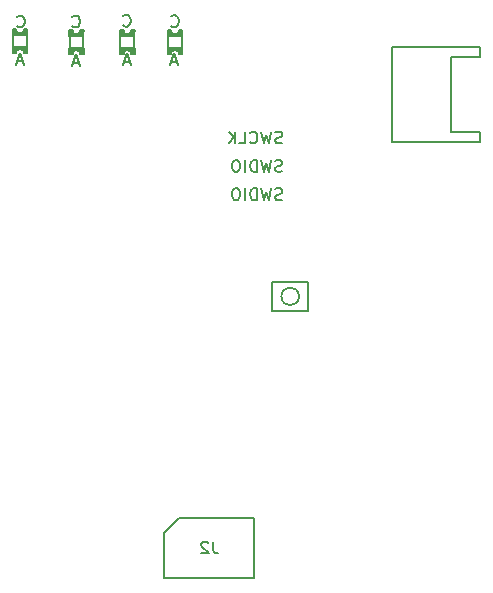
<source format=gbr>
G04 #@! TF.GenerationSoftware,KiCad,Pcbnew,(6.0.0-rc1-dev-1469-g932b9a334)*
G04 #@! TF.CreationDate,2019-08-07T07:36:26-07:00
G04 #@! TF.ProjectId,Laptreus-v2,4c617074-7265-4757-932d-76322e6b6963,rev?*
G04 #@! TF.SameCoordinates,Original*
G04 #@! TF.FileFunction,Other,Fab,Bot*
%FSLAX46Y46*%
G04 Gerber Fmt 4.6, Leading zero omitted, Abs format (unit mm)*
G04 Created by KiCad (PCBNEW (6.0.0-rc1-dev-1469-g932b9a334)) date Wednesday, August 07, 2019 at 07:36:26 AM*
%MOMM*%
%LPD*%
G04 APERTURE LIST*
%ADD10C,0.150000*%
G04 APERTURE END LIST*
D10*
G04 #@! TO.C,X1*
X256311772Y-74594689D02*
X256311772Y-82594689D01*
X256311772Y-82594689D02*
X263811772Y-82594689D01*
X263811772Y-74594689D02*
X256311772Y-74594689D01*
X261311772Y-81794689D02*
X261311772Y-75394689D01*
X261311772Y-75394689D02*
X263811772Y-75394689D01*
X263811772Y-75394689D02*
X263811772Y-74594689D01*
X263811772Y-82594689D02*
X263811772Y-81794689D01*
X263811772Y-81794689D02*
X261311772Y-81794689D01*
G04 #@! TO.C,SW_RESET1*
X248461773Y-95694689D02*
G75*
G03X248461773Y-95694689I-750000J0D01*
G01*
X246211773Y-94444689D02*
X246211773Y-96944689D01*
X249211773Y-94444689D02*
X246211773Y-94444689D01*
X249211773Y-96944689D02*
X249211773Y-94444689D01*
X246211773Y-96944689D02*
X249211773Y-96944689D01*
G04 #@! TO.C,J2*
X238318293Y-114457333D02*
X237048293Y-115727333D01*
X244668293Y-114457333D02*
X238318293Y-114457333D01*
X244668293Y-119537333D02*
X244668293Y-114457333D01*
X237048293Y-119537333D02*
X244668293Y-119537333D01*
X237048293Y-115727333D02*
X237048293Y-119537333D01*
G04 #@! TO.C,L1*
G36*
X230233293Y-73222333D02*
G01*
X229908293Y-73222333D01*
X229908293Y-73147333D01*
X230233293Y-73147333D01*
X230233293Y-73222333D01*
G37*
X230233293Y-73222333D02*
X229908293Y-73222333D01*
X229908293Y-73147333D01*
X230233293Y-73147333D01*
X230233293Y-73222333D01*
G36*
X230208293Y-73647333D02*
G01*
X229908293Y-73647333D01*
X229908293Y-73385333D01*
X230208293Y-73385333D01*
X230208293Y-73647333D01*
G37*
X230208293Y-73647333D02*
X229908293Y-73647333D01*
X229908293Y-73385333D01*
X230208293Y-73385333D01*
X230208293Y-73647333D01*
G36*
X229808293Y-74822333D02*
G01*
X229408293Y-74822333D01*
X229408293Y-74647333D01*
X229808293Y-74647333D01*
X229808293Y-74822333D01*
G37*
X229808293Y-74822333D02*
X229408293Y-74822333D01*
X229408293Y-74647333D01*
X229808293Y-74647333D01*
X229808293Y-74822333D01*
G36*
X229933293Y-74897333D02*
G01*
X229783293Y-74897333D01*
X229783293Y-74647333D01*
X229933293Y-74647333D01*
X229933293Y-74897333D01*
G37*
X229933293Y-74897333D02*
X229783293Y-74897333D01*
X229783293Y-74647333D01*
X229933293Y-74647333D01*
X229933293Y-74897333D01*
G36*
X229433293Y-74897333D02*
G01*
X229283293Y-74897333D01*
X229283293Y-74647333D01*
X229433293Y-74647333D01*
X229433293Y-74897333D01*
G37*
X229433293Y-74897333D02*
X229283293Y-74897333D01*
X229283293Y-74647333D01*
X229433293Y-74647333D01*
X229433293Y-74897333D01*
G36*
X230233293Y-75147333D02*
G01*
X229908293Y-75147333D01*
X229908293Y-74647333D01*
X230233293Y-74647333D01*
X230233293Y-75147333D01*
G37*
X230233293Y-75147333D02*
X229908293Y-75147333D01*
X229908293Y-74647333D01*
X230233293Y-74647333D01*
X230233293Y-75147333D01*
G36*
X229308293Y-75147333D02*
G01*
X228983293Y-75147333D01*
X228983293Y-74647333D01*
X229308293Y-74647333D01*
X229308293Y-75147333D01*
G37*
X229308293Y-75147333D02*
X228983293Y-75147333D01*
X228983293Y-74647333D01*
X229308293Y-74647333D01*
X229308293Y-75147333D01*
G36*
X229808293Y-73647333D02*
G01*
X229408293Y-73647333D01*
X229408293Y-73472333D01*
X229808293Y-73472333D01*
X229808293Y-73647333D01*
G37*
X229808293Y-73647333D02*
X229408293Y-73647333D01*
X229408293Y-73472333D01*
X229808293Y-73472333D01*
X229808293Y-73647333D01*
G36*
X229433293Y-73647333D02*
G01*
X229283293Y-73647333D01*
X229283293Y-73397333D01*
X229433293Y-73397333D01*
X229433293Y-73647333D01*
G37*
X229433293Y-73647333D02*
X229283293Y-73647333D01*
X229283293Y-73397333D01*
X229433293Y-73397333D01*
X229433293Y-73647333D01*
G36*
X229933293Y-73647333D02*
G01*
X229783293Y-73647333D01*
X229783293Y-73397333D01*
X229933293Y-73397333D01*
X229933293Y-73647333D01*
G37*
X229933293Y-73647333D02*
X229783293Y-73647333D01*
X229783293Y-73397333D01*
X229933293Y-73397333D01*
X229933293Y-73647333D01*
G36*
X229308293Y-73647333D02*
G01*
X228983293Y-73647333D01*
X228983293Y-73147333D01*
X229308293Y-73147333D01*
X229308293Y-73647333D01*
G37*
X229308293Y-73647333D02*
X228983293Y-73647333D01*
X228983293Y-73147333D01*
X229308293Y-73147333D01*
X229308293Y-73647333D01*
X230161293Y-73297333D02*
G75*
G03X230161293Y-73297333I-103000J0D01*
G01*
X230183293Y-74647333D02*
X230183293Y-73222333D01*
X229033293Y-73622333D02*
X229033293Y-74672333D01*
X229258293Y-75072331D02*
G75*
G02X229958293Y-75072333I350000J-54201D01*
G01*
X229258293Y-73222335D02*
G75*
G03X229958293Y-73222333I350000J54201D01*
G01*
G04 #@! TO.C,L3*
G36*
X238586772Y-73244689D02*
G01*
X238261772Y-73244689D01*
X238261772Y-73169689D01*
X238586772Y-73169689D01*
X238586772Y-73244689D01*
G37*
X238586772Y-73244689D02*
X238261772Y-73244689D01*
X238261772Y-73169689D01*
X238586772Y-73169689D01*
X238586772Y-73244689D01*
G36*
X238561772Y-73669689D02*
G01*
X238261772Y-73669689D01*
X238261772Y-73407689D01*
X238561772Y-73407689D01*
X238561772Y-73669689D01*
G37*
X238561772Y-73669689D02*
X238261772Y-73669689D01*
X238261772Y-73407689D01*
X238561772Y-73407689D01*
X238561772Y-73669689D01*
G36*
X238161772Y-74844689D02*
G01*
X237761772Y-74844689D01*
X237761772Y-74669689D01*
X238161772Y-74669689D01*
X238161772Y-74844689D01*
G37*
X238161772Y-74844689D02*
X237761772Y-74844689D01*
X237761772Y-74669689D01*
X238161772Y-74669689D01*
X238161772Y-74844689D01*
G36*
X238286772Y-74919689D02*
G01*
X238136772Y-74919689D01*
X238136772Y-74669689D01*
X238286772Y-74669689D01*
X238286772Y-74919689D01*
G37*
X238286772Y-74919689D02*
X238136772Y-74919689D01*
X238136772Y-74669689D01*
X238286772Y-74669689D01*
X238286772Y-74919689D01*
G36*
X237786772Y-74919689D02*
G01*
X237636772Y-74919689D01*
X237636772Y-74669689D01*
X237786772Y-74669689D01*
X237786772Y-74919689D01*
G37*
X237786772Y-74919689D02*
X237636772Y-74919689D01*
X237636772Y-74669689D01*
X237786772Y-74669689D01*
X237786772Y-74919689D01*
G36*
X238586772Y-75169689D02*
G01*
X238261772Y-75169689D01*
X238261772Y-74669689D01*
X238586772Y-74669689D01*
X238586772Y-75169689D01*
G37*
X238586772Y-75169689D02*
X238261772Y-75169689D01*
X238261772Y-74669689D01*
X238586772Y-74669689D01*
X238586772Y-75169689D01*
G36*
X237661772Y-75169689D02*
G01*
X237336772Y-75169689D01*
X237336772Y-74669689D01*
X237661772Y-74669689D01*
X237661772Y-75169689D01*
G37*
X237661772Y-75169689D02*
X237336772Y-75169689D01*
X237336772Y-74669689D01*
X237661772Y-74669689D01*
X237661772Y-75169689D01*
G36*
X238161772Y-73669689D02*
G01*
X237761772Y-73669689D01*
X237761772Y-73494689D01*
X238161772Y-73494689D01*
X238161772Y-73669689D01*
G37*
X238161772Y-73669689D02*
X237761772Y-73669689D01*
X237761772Y-73494689D01*
X238161772Y-73494689D01*
X238161772Y-73669689D01*
G36*
X237786772Y-73669689D02*
G01*
X237636772Y-73669689D01*
X237636772Y-73419689D01*
X237786772Y-73419689D01*
X237786772Y-73669689D01*
G37*
X237786772Y-73669689D02*
X237636772Y-73669689D01*
X237636772Y-73419689D01*
X237786772Y-73419689D01*
X237786772Y-73669689D01*
G36*
X238286772Y-73669689D02*
G01*
X238136772Y-73669689D01*
X238136772Y-73419689D01*
X238286772Y-73419689D01*
X238286772Y-73669689D01*
G37*
X238286772Y-73669689D02*
X238136772Y-73669689D01*
X238136772Y-73419689D01*
X238286772Y-73419689D01*
X238286772Y-73669689D01*
G36*
X237661772Y-73669689D02*
G01*
X237336772Y-73669689D01*
X237336772Y-73169689D01*
X237661772Y-73169689D01*
X237661772Y-73669689D01*
G37*
X237661772Y-73669689D02*
X237336772Y-73669689D01*
X237336772Y-73169689D01*
X237661772Y-73169689D01*
X237661772Y-73669689D01*
X238514772Y-73319689D02*
G75*
G03X238514772Y-73319689I-103000J0D01*
G01*
X238536772Y-74669689D02*
X238536772Y-73244689D01*
X237386772Y-73644689D02*
X237386772Y-74694689D01*
X237611772Y-75094687D02*
G75*
G02X238311772Y-75094689I350000J-54201D01*
G01*
X237611772Y-73244691D02*
G75*
G03X238311772Y-73244689I350000J54201D01*
G01*
G04 #@! TO.C,L2*
G36*
X234533293Y-73222334D02*
G01*
X234208293Y-73222334D01*
X234208293Y-73147334D01*
X234533293Y-73147334D01*
X234533293Y-73222334D01*
G37*
X234533293Y-73222334D02*
X234208293Y-73222334D01*
X234208293Y-73147334D01*
X234533293Y-73147334D01*
X234533293Y-73222334D01*
G36*
X234508293Y-73647334D02*
G01*
X234208293Y-73647334D01*
X234208293Y-73385334D01*
X234508293Y-73385334D01*
X234508293Y-73647334D01*
G37*
X234508293Y-73647334D02*
X234208293Y-73647334D01*
X234208293Y-73385334D01*
X234508293Y-73385334D01*
X234508293Y-73647334D01*
G36*
X234108293Y-74822334D02*
G01*
X233708293Y-74822334D01*
X233708293Y-74647334D01*
X234108293Y-74647334D01*
X234108293Y-74822334D01*
G37*
X234108293Y-74822334D02*
X233708293Y-74822334D01*
X233708293Y-74647334D01*
X234108293Y-74647334D01*
X234108293Y-74822334D01*
G36*
X234233293Y-74897334D02*
G01*
X234083293Y-74897334D01*
X234083293Y-74647334D01*
X234233293Y-74647334D01*
X234233293Y-74897334D01*
G37*
X234233293Y-74897334D02*
X234083293Y-74897334D01*
X234083293Y-74647334D01*
X234233293Y-74647334D01*
X234233293Y-74897334D01*
G36*
X233733293Y-74897334D02*
G01*
X233583293Y-74897334D01*
X233583293Y-74647334D01*
X233733293Y-74647334D01*
X233733293Y-74897334D01*
G37*
X233733293Y-74897334D02*
X233583293Y-74897334D01*
X233583293Y-74647334D01*
X233733293Y-74647334D01*
X233733293Y-74897334D01*
G36*
X234533293Y-75147334D02*
G01*
X234208293Y-75147334D01*
X234208293Y-74647334D01*
X234533293Y-74647334D01*
X234533293Y-75147334D01*
G37*
X234533293Y-75147334D02*
X234208293Y-75147334D01*
X234208293Y-74647334D01*
X234533293Y-74647334D01*
X234533293Y-75147334D01*
G36*
X233608293Y-75147334D02*
G01*
X233283293Y-75147334D01*
X233283293Y-74647334D01*
X233608293Y-74647334D01*
X233608293Y-75147334D01*
G37*
X233608293Y-75147334D02*
X233283293Y-75147334D01*
X233283293Y-74647334D01*
X233608293Y-74647334D01*
X233608293Y-75147334D01*
G36*
X234108293Y-73647334D02*
G01*
X233708293Y-73647334D01*
X233708293Y-73472334D01*
X234108293Y-73472334D01*
X234108293Y-73647334D01*
G37*
X234108293Y-73647334D02*
X233708293Y-73647334D01*
X233708293Y-73472334D01*
X234108293Y-73472334D01*
X234108293Y-73647334D01*
G36*
X233733293Y-73647334D02*
G01*
X233583293Y-73647334D01*
X233583293Y-73397334D01*
X233733293Y-73397334D01*
X233733293Y-73647334D01*
G37*
X233733293Y-73647334D02*
X233583293Y-73647334D01*
X233583293Y-73397334D01*
X233733293Y-73397334D01*
X233733293Y-73647334D01*
G36*
X234233293Y-73647334D02*
G01*
X234083293Y-73647334D01*
X234083293Y-73397334D01*
X234233293Y-73397334D01*
X234233293Y-73647334D01*
G37*
X234233293Y-73647334D02*
X234083293Y-73647334D01*
X234083293Y-73397334D01*
X234233293Y-73397334D01*
X234233293Y-73647334D01*
G36*
X233608293Y-73647334D02*
G01*
X233283293Y-73647334D01*
X233283293Y-73147334D01*
X233608293Y-73147334D01*
X233608293Y-73647334D01*
G37*
X233608293Y-73647334D02*
X233283293Y-73647334D01*
X233283293Y-73147334D01*
X233608293Y-73147334D01*
X233608293Y-73647334D01*
X234461293Y-73297334D02*
G75*
G03X234461293Y-73297334I-103000J0D01*
G01*
X234483293Y-74647334D02*
X234483293Y-73222334D01*
X233333293Y-73622334D02*
X233333293Y-74672334D01*
X233558293Y-75072332D02*
G75*
G02X234258293Y-75072334I350000J-54201D01*
G01*
X233558293Y-73222336D02*
G75*
G03X234258293Y-73222334I350000J54201D01*
G01*
G04 #@! TO.C,L4*
G36*
X225461772Y-73169689D02*
G01*
X225136772Y-73169689D01*
X225136772Y-73094689D01*
X225461772Y-73094689D01*
X225461772Y-73169689D01*
G37*
X225461772Y-73169689D02*
X225136772Y-73169689D01*
X225136772Y-73094689D01*
X225461772Y-73094689D01*
X225461772Y-73169689D01*
G36*
X225436772Y-73594689D02*
G01*
X225136772Y-73594689D01*
X225136772Y-73332689D01*
X225436772Y-73332689D01*
X225436772Y-73594689D01*
G37*
X225436772Y-73594689D02*
X225136772Y-73594689D01*
X225136772Y-73332689D01*
X225436772Y-73332689D01*
X225436772Y-73594689D01*
G36*
X225036772Y-74769689D02*
G01*
X224636772Y-74769689D01*
X224636772Y-74594689D01*
X225036772Y-74594689D01*
X225036772Y-74769689D01*
G37*
X225036772Y-74769689D02*
X224636772Y-74769689D01*
X224636772Y-74594689D01*
X225036772Y-74594689D01*
X225036772Y-74769689D01*
G36*
X225161772Y-74844689D02*
G01*
X225011772Y-74844689D01*
X225011772Y-74594689D01*
X225161772Y-74594689D01*
X225161772Y-74844689D01*
G37*
X225161772Y-74844689D02*
X225011772Y-74844689D01*
X225011772Y-74594689D01*
X225161772Y-74594689D01*
X225161772Y-74844689D01*
G36*
X224661772Y-74844689D02*
G01*
X224511772Y-74844689D01*
X224511772Y-74594689D01*
X224661772Y-74594689D01*
X224661772Y-74844689D01*
G37*
X224661772Y-74844689D02*
X224511772Y-74844689D01*
X224511772Y-74594689D01*
X224661772Y-74594689D01*
X224661772Y-74844689D01*
G36*
X225461772Y-75094689D02*
G01*
X225136772Y-75094689D01*
X225136772Y-74594689D01*
X225461772Y-74594689D01*
X225461772Y-75094689D01*
G37*
X225461772Y-75094689D02*
X225136772Y-75094689D01*
X225136772Y-74594689D01*
X225461772Y-74594689D01*
X225461772Y-75094689D01*
G36*
X224536772Y-75094689D02*
G01*
X224211772Y-75094689D01*
X224211772Y-74594689D01*
X224536772Y-74594689D01*
X224536772Y-75094689D01*
G37*
X224536772Y-75094689D02*
X224211772Y-75094689D01*
X224211772Y-74594689D01*
X224536772Y-74594689D01*
X224536772Y-75094689D01*
G36*
X225036772Y-73594689D02*
G01*
X224636772Y-73594689D01*
X224636772Y-73419689D01*
X225036772Y-73419689D01*
X225036772Y-73594689D01*
G37*
X225036772Y-73594689D02*
X224636772Y-73594689D01*
X224636772Y-73419689D01*
X225036772Y-73419689D01*
X225036772Y-73594689D01*
G36*
X224661772Y-73594689D02*
G01*
X224511772Y-73594689D01*
X224511772Y-73344689D01*
X224661772Y-73344689D01*
X224661772Y-73594689D01*
G37*
X224661772Y-73594689D02*
X224511772Y-73594689D01*
X224511772Y-73344689D01*
X224661772Y-73344689D01*
X224661772Y-73594689D01*
G36*
X225161772Y-73594689D02*
G01*
X225011772Y-73594689D01*
X225011772Y-73344689D01*
X225161772Y-73344689D01*
X225161772Y-73594689D01*
G37*
X225161772Y-73594689D02*
X225011772Y-73594689D01*
X225011772Y-73344689D01*
X225161772Y-73344689D01*
X225161772Y-73594689D01*
G36*
X224536772Y-73594689D02*
G01*
X224211772Y-73594689D01*
X224211772Y-73094689D01*
X224536772Y-73094689D01*
X224536772Y-73594689D01*
G37*
X224536772Y-73594689D02*
X224211772Y-73594689D01*
X224211772Y-73094689D01*
X224536772Y-73094689D01*
X224536772Y-73594689D01*
X225389772Y-73244689D02*
G75*
G03X225389772Y-73244689I-103000J0D01*
G01*
X225411772Y-74594689D02*
X225411772Y-73169689D01*
X224261772Y-73569689D02*
X224261772Y-74619689D01*
X224486772Y-75019687D02*
G75*
G02X225186772Y-75019689I350000J-54201D01*
G01*
X224486772Y-73169691D02*
G75*
G03X225186772Y-73169689I350000J54201D01*
G01*
G04 #@! TD*
G04 #@! TO.C,J2*
X241191626Y-116449713D02*
X241191626Y-117163999D01*
X241239245Y-117306856D01*
X241334483Y-117402094D01*
X241477340Y-117449713D01*
X241572578Y-117449713D01*
X240763054Y-116544952D02*
X240715435Y-116497333D01*
X240620197Y-116449713D01*
X240382102Y-116449713D01*
X240286864Y-116497333D01*
X240239245Y-116544952D01*
X240191626Y-116640190D01*
X240191626Y-116735428D01*
X240239245Y-116878285D01*
X240810673Y-117449713D01*
X240191626Y-117449713D01*
G04 #@! TO.C,TP3*
X247023796Y-87499448D02*
X246880939Y-87547067D01*
X246642844Y-87547067D01*
X246547606Y-87499448D01*
X246499987Y-87451829D01*
X246452368Y-87356591D01*
X246452368Y-87261353D01*
X246499987Y-87166115D01*
X246547606Y-87118496D01*
X246642844Y-87070877D01*
X246833320Y-87023258D01*
X246928558Y-86975639D01*
X246976177Y-86928020D01*
X247023796Y-86832782D01*
X247023796Y-86737544D01*
X246976177Y-86642306D01*
X246928558Y-86594687D01*
X246833320Y-86547067D01*
X246595225Y-86547067D01*
X246452368Y-86594687D01*
X246119034Y-86547067D02*
X245880939Y-87547067D01*
X245690463Y-86832782D01*
X245499987Y-87547067D01*
X245261892Y-86547067D01*
X244880939Y-87547067D02*
X244880939Y-86547067D01*
X244642844Y-86547067D01*
X244499987Y-86594687D01*
X244404749Y-86689925D01*
X244357130Y-86785163D01*
X244309511Y-86975639D01*
X244309511Y-87118496D01*
X244357130Y-87308972D01*
X244404749Y-87404210D01*
X244499987Y-87499448D01*
X244642844Y-87547067D01*
X244880939Y-87547067D01*
X243880939Y-87547067D02*
X243880939Y-86547067D01*
X243214273Y-86547067D02*
X243023796Y-86547067D01*
X242928558Y-86594687D01*
X242833320Y-86689925D01*
X242785701Y-86880401D01*
X242785701Y-87213734D01*
X242833320Y-87404210D01*
X242928558Y-87499448D01*
X243023796Y-87547067D01*
X243214273Y-87547067D01*
X243309511Y-87499448D01*
X243404749Y-87404210D01*
X243452368Y-87213734D01*
X243452368Y-86880401D01*
X243404749Y-86689925D01*
X243309511Y-86594687D01*
X243214273Y-86547067D01*
G04 #@! TO.C,TP2*
X247023797Y-85099450D02*
X246880940Y-85147069D01*
X246642845Y-85147069D01*
X246547607Y-85099450D01*
X246499988Y-85051831D01*
X246452369Y-84956593D01*
X246452369Y-84861355D01*
X246499988Y-84766117D01*
X246547607Y-84718498D01*
X246642845Y-84670879D01*
X246833321Y-84623260D01*
X246928559Y-84575641D01*
X246976178Y-84528022D01*
X247023797Y-84432784D01*
X247023797Y-84337546D01*
X246976178Y-84242308D01*
X246928559Y-84194689D01*
X246833321Y-84147069D01*
X246595226Y-84147069D01*
X246452369Y-84194689D01*
X246119035Y-84147069D02*
X245880940Y-85147069D01*
X245690464Y-84432784D01*
X245499988Y-85147069D01*
X245261893Y-84147069D01*
X244880940Y-85147069D02*
X244880940Y-84147069D01*
X244642845Y-84147069D01*
X244499988Y-84194689D01*
X244404750Y-84289927D01*
X244357131Y-84385165D01*
X244309512Y-84575641D01*
X244309512Y-84718498D01*
X244357131Y-84908974D01*
X244404750Y-85004212D01*
X244499988Y-85099450D01*
X244642845Y-85147069D01*
X244880940Y-85147069D01*
X243880940Y-85147069D02*
X243880940Y-84147069D01*
X243214274Y-84147069D02*
X243023797Y-84147069D01*
X242928559Y-84194689D01*
X242833321Y-84289927D01*
X242785702Y-84480403D01*
X242785702Y-84813736D01*
X242833321Y-85004212D01*
X242928559Y-85099450D01*
X243023797Y-85147069D01*
X243214274Y-85147069D01*
X243309512Y-85099450D01*
X243404750Y-85004212D01*
X243452369Y-84813736D01*
X243452369Y-84480403D01*
X243404750Y-84289927D01*
X243309512Y-84194689D01*
X243214274Y-84147069D01*
G04 #@! TO.C,TP1*
X247023795Y-82699450D02*
X246880938Y-82747069D01*
X246642843Y-82747069D01*
X246547605Y-82699450D01*
X246499986Y-82651831D01*
X246452367Y-82556593D01*
X246452367Y-82461355D01*
X246499986Y-82366117D01*
X246547605Y-82318498D01*
X246642843Y-82270879D01*
X246833319Y-82223260D01*
X246928557Y-82175641D01*
X246976176Y-82128022D01*
X247023795Y-82032784D01*
X247023795Y-81937546D01*
X246976176Y-81842308D01*
X246928557Y-81794689D01*
X246833319Y-81747069D01*
X246595224Y-81747069D01*
X246452367Y-81794689D01*
X246119033Y-81747069D02*
X245880938Y-82747069D01*
X245690462Y-82032784D01*
X245499986Y-82747069D01*
X245261891Y-81747069D01*
X244309510Y-82651831D02*
X244357129Y-82699450D01*
X244499986Y-82747069D01*
X244595224Y-82747069D01*
X244738081Y-82699450D01*
X244833319Y-82604212D01*
X244880938Y-82508974D01*
X244928557Y-82318498D01*
X244928557Y-82175641D01*
X244880938Y-81985165D01*
X244833319Y-81889927D01*
X244738081Y-81794689D01*
X244595224Y-81747069D01*
X244499986Y-81747069D01*
X244357129Y-81794689D01*
X244309510Y-81842308D01*
X243404748Y-82747069D02*
X243880938Y-82747069D01*
X243880938Y-81747069D01*
X243071414Y-82747069D02*
X243071414Y-81747069D01*
X242499986Y-82747069D02*
X242928557Y-82175641D01*
X242499986Y-81747069D02*
X243071414Y-82318498D01*
G04 #@! TO.C,L1*
X229279748Y-72826831D02*
X229327367Y-72874450D01*
X229470224Y-72922069D01*
X229565462Y-72922069D01*
X229708319Y-72874450D01*
X229803557Y-72779212D01*
X229851176Y-72683974D01*
X229898795Y-72493498D01*
X229898795Y-72350641D01*
X229851176Y-72160165D01*
X229803557Y-72064927D01*
X229708319Y-71969689D01*
X229565462Y-71922069D01*
X229470224Y-71922069D01*
X229327367Y-71969689D01*
X229279748Y-72017308D01*
X229798795Y-75911355D02*
X229322605Y-75911355D01*
X229894033Y-76197069D02*
X229560700Y-75197069D01*
X229227367Y-76197069D01*
G04 #@! TO.C,L3*
X237654748Y-72801831D02*
X237702367Y-72849450D01*
X237845224Y-72897069D01*
X237940462Y-72897069D01*
X238083319Y-72849450D01*
X238178557Y-72754212D01*
X238226176Y-72658974D01*
X238273795Y-72468498D01*
X238273795Y-72325641D01*
X238226176Y-72135165D01*
X238178557Y-72039927D01*
X238083319Y-71944689D01*
X237940462Y-71897069D01*
X237845224Y-71897069D01*
X237702367Y-71944689D01*
X237654748Y-71992308D01*
X238123795Y-75836355D02*
X237647605Y-75836355D01*
X238219033Y-76122069D02*
X237885700Y-75122069D01*
X237552367Y-76122069D01*
G04 #@! TO.C,L2*
X233579748Y-72751831D02*
X233627367Y-72799450D01*
X233770224Y-72847069D01*
X233865462Y-72847069D01*
X234008319Y-72799450D01*
X234103557Y-72704212D01*
X234151176Y-72608974D01*
X234198795Y-72418498D01*
X234198795Y-72275641D01*
X234151176Y-72085165D01*
X234103557Y-71989927D01*
X234008319Y-71894689D01*
X233865462Y-71847069D01*
X233770224Y-71847069D01*
X233627367Y-71894689D01*
X233579748Y-71942308D01*
X234123795Y-75836355D02*
X233647605Y-75836355D01*
X234219033Y-76122069D02*
X233885700Y-75122069D01*
X233552367Y-76122069D01*
G04 #@! TO.C,L4*
X224604748Y-72826831D02*
X224652367Y-72874450D01*
X224795224Y-72922069D01*
X224890462Y-72922069D01*
X225033319Y-72874450D01*
X225128557Y-72779212D01*
X225176176Y-72683974D01*
X225223795Y-72493498D01*
X225223795Y-72350641D01*
X225176176Y-72160165D01*
X225128557Y-72064927D01*
X225033319Y-71969689D01*
X224890462Y-71922069D01*
X224795224Y-71922069D01*
X224652367Y-71969689D01*
X224604748Y-72017308D01*
X225048795Y-75786355D02*
X224572605Y-75786355D01*
X225144033Y-76072069D02*
X224810700Y-75072069D01*
X224477367Y-76072069D01*
G04 #@! TD*
M02*

</source>
